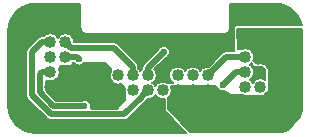
<source format=gbr>
G04 #@! TF.GenerationSoftware,KiCad,Pcbnew,(5.1.4)-1*
G04 #@! TF.CreationDate,2020-06-09T22:24:04-07:00*
G04 #@! TF.ProjectId,SkateLightConnBoard,536b6174-654c-4696-9768-74436f6e6e42,rev?*
G04 #@! TF.SameCoordinates,Original*
G04 #@! TF.FileFunction,Copper,L1,Top*
G04 #@! TF.FilePolarity,Positive*
%FSLAX46Y46*%
G04 Gerber Fmt 4.6, Leading zero omitted, Abs format (unit mm)*
G04 Created by KiCad (PCBNEW (5.1.4)-1) date 2020-06-09 22:24:04*
%MOMM*%
%LPD*%
G04 APERTURE LIST*
%ADD10C,1.016000*%
%ADD11C,0.600000*%
%ADD12C,0.500000*%
%ADD13C,0.152400*%
%ADD14C,0.254000*%
G04 APERTURE END LIST*
D10*
X-7620000Y-1905000D03*
X-8890000Y-1905000D03*
X-7620000Y-635000D03*
X-8890000Y-635000D03*
X-7620000Y635000D03*
X-8890000Y635000D03*
X-7620000Y1905000D03*
X-8890000Y1905000D03*
X4445000Y-2171700D03*
X4445000Y-901700D03*
X3175000Y-2171700D03*
X3175000Y-901700D03*
X1905000Y-2171700D03*
X1905000Y-901700D03*
X635000Y-2171700D03*
X635000Y-901700D03*
X-635000Y-2171700D03*
X-635000Y-901700D03*
X-1905000Y-2171700D03*
X-1905000Y-901700D03*
X-3175000Y-2171700D03*
X-3175000Y-901700D03*
X-4445000Y-2171700D03*
X-4445000Y-901700D03*
X7620000Y1905000D03*
X8890000Y1905000D03*
X7620000Y635000D03*
X8890000Y635000D03*
X7620000Y-635000D03*
X8890000Y-635000D03*
X7620000Y-1905000D03*
X8890000Y-1905000D03*
D11*
X-6013021Y-3513021D03*
X700000Y1060000D03*
X-11430000Y3683000D03*
X-1780000Y-5190000D03*
X-9380000Y-4960000D03*
X-11490000Y-3430000D03*
X-11800000Y40000D03*
X-6970000Y4110000D03*
X7670000Y3900000D03*
X-1270000Y762000D03*
X6350000Y1524000D03*
X1270000Y-5334000D03*
X11176000Y3900000D03*
X5730000Y-1730000D03*
X-6500000Y500000D03*
D12*
X-9800401Y-2341993D02*
X-8629373Y-3513021D01*
X-9800401Y-826981D02*
X-9800401Y-2341993D01*
X-9608420Y-635000D02*
X-9800401Y-826981D01*
X-8890000Y-635000D02*
X-9608420Y-635000D01*
X-8629373Y-3513021D02*
X-6013021Y-3513021D01*
X-635000Y-275000D02*
X700000Y1060000D01*
X-635000Y-901700D02*
X-635000Y-275000D01*
X-9608420Y1905000D02*
X-8890000Y1905000D01*
X-10452811Y-2612230D02*
X-10452811Y1060609D01*
X-8849618Y-4215422D02*
X-10452811Y-2612230D01*
X-2613376Y-4215422D02*
X-8849618Y-4215422D01*
X-10452811Y1060609D02*
X-9608420Y1905000D01*
X-1142999Y-2745045D02*
X-2613376Y-4215422D01*
X-1142999Y-2679699D02*
X-1142999Y-2745045D01*
X-635000Y-2171700D02*
X-1142999Y-2679699D01*
X5981700Y635000D02*
X7620000Y635000D01*
X4445000Y-901700D02*
X5981700Y635000D01*
X-1905000Y-183280D02*
X-1905000Y-901700D01*
X-3485281Y1397001D02*
X-1905000Y-183280D01*
X-7112001Y1397001D02*
X-3485281Y1397001D01*
X-7620000Y1905000D02*
X-7112001Y1397001D01*
X6825000Y-635000D02*
X7620000Y-635000D01*
X5730000Y-1730000D02*
X6825000Y-635000D01*
X-7620000Y635000D02*
X-6635000Y635000D01*
X-6635000Y635000D02*
X-6500000Y500000D01*
X7620000Y1905000D02*
X8890000Y1905000D01*
X8890000Y1905000D02*
X8890000Y635000D01*
X4952999Y-2679699D02*
X4445000Y-2171700D01*
X5088701Y-2815401D02*
X4952999Y-2679699D01*
X9326993Y-2815401D02*
X5088701Y-2815401D01*
X9800401Y-2341993D02*
X9326993Y-2815401D01*
X9800401Y-198007D02*
X9800401Y-2341993D01*
X9326993Y275401D02*
X9800401Y-198007D01*
X9164599Y275401D02*
X9326993Y275401D01*
X8890000Y550000D02*
X9164599Y275401D01*
X8890000Y635000D02*
X8890000Y550000D01*
X4445000Y-2171700D02*
X3175000Y-2171700D01*
X3175000Y-2171700D02*
X1905000Y-2171700D01*
D13*
G36*
X-6401322Y5141489D02*
G01*
X-6389613Y5137954D01*
X-6378812Y5132211D01*
X-6369329Y5124477D01*
X-6361534Y5115055D01*
X-6355713Y5104289D01*
X-6352097Y5092608D01*
X-6349600Y5068853D01*
X-6349599Y3162541D01*
X-6348534Y3151732D01*
X-6348548Y3149799D01*
X-6348203Y3146275D01*
X-6341726Y3084650D01*
X-6337098Y3062106D01*
X-6332797Y3039559D01*
X-6331774Y3036169D01*
X-6313451Y2976975D01*
X-6304544Y2955785D01*
X-6295932Y2934470D01*
X-6294270Y2931344D01*
X-6264797Y2876836D01*
X-6251937Y2857771D01*
X-6239359Y2838550D01*
X-6237121Y2835806D01*
X-6197623Y2788061D01*
X-6181310Y2771861D01*
X-6165231Y2755442D01*
X-6162503Y2753184D01*
X-6114484Y2714022D01*
X-6095352Y2701310D01*
X-6076375Y2688317D01*
X-6073263Y2686634D01*
X-6073255Y2686630D01*
X-6018549Y2657542D01*
X-5997276Y2648774D01*
X-5976171Y2639728D01*
X-5972792Y2638682D01*
X-5972786Y2638680D01*
X-5913467Y2620771D01*
X-5890921Y2616307D01*
X-5868439Y2611528D01*
X-5864917Y2611157D01*
X-5803248Y2605110D01*
X-5803245Y2605110D01*
X-5790959Y2603900D01*
X5790959Y2603900D01*
X5801778Y2604965D01*
X5803701Y2604952D01*
X5807225Y2605297D01*
X5868850Y2611774D01*
X5891394Y2616402D01*
X5913941Y2620703D01*
X5917331Y2621726D01*
X5976525Y2640049D01*
X5997715Y2648956D01*
X6019030Y2657568D01*
X6022156Y2659230D01*
X6076664Y2688703D01*
X6095729Y2701563D01*
X6114950Y2714141D01*
X6117694Y2716379D01*
X6117697Y2716381D01*
X6117700Y2716384D01*
X6165439Y2755877D01*
X6181639Y2772190D01*
X6198058Y2788269D01*
X6200316Y2790997D01*
X6239478Y2839016D01*
X6252190Y2858148D01*
X6265183Y2877125D01*
X6266867Y2880240D01*
X6295958Y2934951D01*
X6304726Y2956224D01*
X6313772Y2977329D01*
X6314819Y2980712D01*
X6332729Y3040033D01*
X6337193Y3062579D01*
X6341972Y3085061D01*
X6342343Y3088583D01*
X6348390Y3150252D01*
X6348390Y3150255D01*
X6349600Y3162541D01*
X6349600Y5067592D01*
X6352011Y5092178D01*
X6355546Y5103887D01*
X6361289Y5114688D01*
X6369023Y5124171D01*
X6378445Y5131966D01*
X6389211Y5137787D01*
X6400892Y5141403D01*
X6424652Y5143900D01*
X10147594Y5143900D01*
X10603864Y5099162D01*
X11030813Y4970259D01*
X11424599Y4760880D01*
X11770220Y4478999D01*
X12054501Y4135361D01*
X12266626Y3743045D01*
X12391556Y3339464D01*
X6880794Y3358599D01*
X6834241Y3353973D01*
X6791425Y3340743D01*
X6752014Y3319413D01*
X6717520Y3290805D01*
X6689271Y3256017D01*
X6668351Y3216386D01*
X6655564Y3173435D01*
X6651403Y3128816D01*
X6661403Y1198816D01*
X6666815Y1150540D01*
X6678903Y1113600D01*
X6005196Y1113600D01*
X5981700Y1115914D01*
X5958204Y1113600D01*
X5958196Y1113600D01*
X5887878Y1106674D01*
X5797662Y1079308D01*
X5761538Y1059999D01*
X5714518Y1034866D01*
X5659898Y990041D01*
X5659894Y990037D01*
X5641642Y975058D01*
X5626662Y956805D01*
X4504758Y-165100D01*
X4372451Y-165100D01*
X4230142Y-193407D01*
X4096089Y-248934D01*
X3975445Y-329545D01*
X3872845Y-432145D01*
X3810000Y-526200D01*
X3747155Y-432145D01*
X3644555Y-329545D01*
X3523911Y-248934D01*
X3389858Y-193407D01*
X3247549Y-165100D01*
X3102451Y-165100D01*
X2960142Y-193407D01*
X2826089Y-248934D01*
X2705445Y-329545D01*
X2602845Y-432145D01*
X2540000Y-526200D01*
X2477155Y-432145D01*
X2374555Y-329545D01*
X2253911Y-248934D01*
X2119858Y-193407D01*
X1977549Y-165100D01*
X1832451Y-165100D01*
X1690142Y-193407D01*
X1556089Y-248934D01*
X1435445Y-329545D01*
X1332845Y-432145D01*
X1252234Y-552789D01*
X1196707Y-686842D01*
X1168400Y-829151D01*
X1168400Y-974249D01*
X1196707Y-1116558D01*
X1252234Y-1250611D01*
X1332845Y-1371255D01*
X1435445Y-1473855D01*
X1529500Y-1536700D01*
X1521988Y-1541719D01*
X1029169Y-1549174D01*
X983911Y-1518934D01*
X849858Y-1463407D01*
X707549Y-1435100D01*
X562451Y-1435100D01*
X420142Y-1463407D01*
X286089Y-1518934D01*
X165445Y-1599545D01*
X62845Y-1702145D01*
X0Y-1796200D01*
X-62845Y-1702145D01*
X-165445Y-1599545D01*
X-259500Y-1536700D01*
X-165445Y-1473855D01*
X-62845Y-1371255D01*
X17766Y-1250611D01*
X73293Y-1116558D01*
X101600Y-974249D01*
X101600Y-829151D01*
X73293Y-686842D01*
X17766Y-552789D01*
X-62845Y-432145D01*
X-89074Y-405916D01*
X878716Y561873D01*
X950386Y591560D01*
X1036963Y649409D01*
X1110591Y723037D01*
X1168440Y809614D01*
X1208287Y905813D01*
X1228600Y1007937D01*
X1228600Y1112063D01*
X1208287Y1214187D01*
X1168440Y1310386D01*
X1110591Y1396963D01*
X1036963Y1470591D01*
X950386Y1528440D01*
X854187Y1568287D01*
X752063Y1588600D01*
X647937Y1588600D01*
X545813Y1568287D01*
X449614Y1528440D01*
X363037Y1470591D01*
X289409Y1396963D01*
X231560Y1310386D01*
X201873Y1238716D01*
X-956805Y80037D01*
X-975057Y65058D01*
X-990036Y46806D01*
X-990041Y46801D01*
X-1034866Y-7819D01*
X-1079307Y-90962D01*
X-1106674Y-181179D01*
X-1115914Y-275000D01*
X-1113599Y-298505D01*
X-1113599Y-338589D01*
X-1207155Y-432145D01*
X-1270000Y-526200D01*
X-1332845Y-432145D01*
X-1426400Y-338590D01*
X-1426400Y-206776D01*
X-1424086Y-183280D01*
X-1426400Y-159784D01*
X-1426400Y-159776D01*
X-1433326Y-89458D01*
X-1460692Y758D01*
X-1505134Y83902D01*
X-1519658Y101600D01*
X-1549959Y138522D01*
X-1549963Y138526D01*
X-1564942Y156778D01*
X-1583195Y171758D01*
X-3130241Y1718803D01*
X-3145223Y1737059D01*
X-3218099Y1796867D01*
X-3301243Y1841309D01*
X-3391459Y1868675D01*
X-3461777Y1875601D01*
X-3461785Y1875601D01*
X-3485281Y1877915D01*
X-3508777Y1875601D01*
X-6883400Y1875601D01*
X-6883400Y1977549D01*
X-6911707Y2119858D01*
X-6967234Y2253911D01*
X-7047845Y2374555D01*
X-7150445Y2477155D01*
X-7271089Y2557766D01*
X-7405142Y2613293D01*
X-7547451Y2641600D01*
X-7692549Y2641600D01*
X-7834858Y2613293D01*
X-7968911Y2557766D01*
X-8089555Y2477155D01*
X-8192155Y2374555D01*
X-8255000Y2280500D01*
X-8317845Y2374555D01*
X-8420445Y2477155D01*
X-8541089Y2557766D01*
X-8675142Y2613293D01*
X-8817451Y2641600D01*
X-8962549Y2641600D01*
X-9104858Y2613293D01*
X-9238911Y2557766D01*
X-9359555Y2477155D01*
X-9453110Y2383600D01*
X-9584925Y2383600D01*
X-9608421Y2385914D01*
X-9631917Y2383600D01*
X-9631924Y2383600D01*
X-9702242Y2376674D01*
X-9792458Y2349308D01*
X-9875602Y2304866D01*
X-9948478Y2245058D01*
X-9963462Y2226800D01*
X-10774616Y1415646D01*
X-10792868Y1400667D01*
X-10807847Y1382415D01*
X-10807852Y1382410D01*
X-10852677Y1327790D01*
X-10897118Y1244647D01*
X-10924485Y1154430D01*
X-10933725Y1060609D01*
X-10931410Y1037103D01*
X-10931411Y-2588734D01*
X-10933725Y-2612230D01*
X-10931411Y-2635726D01*
X-10931411Y-2635733D01*
X-10924485Y-2706051D01*
X-10897119Y-2796267D01*
X-10852677Y-2879412D01*
X-10792869Y-2952288D01*
X-10774611Y-2967272D01*
X-9204655Y-4537228D01*
X-9189676Y-4555480D01*
X-9171424Y-4570459D01*
X-9171420Y-4570463D01*
X-9116800Y-4615288D01*
X-9033657Y-4659730D01*
X-8988680Y-4673373D01*
X-8943440Y-4687096D01*
X-8873122Y-4694022D01*
X-8873114Y-4694022D01*
X-8849618Y-4696336D01*
X-8826122Y-4694022D01*
X-2636872Y-4694022D01*
X-2613376Y-4696336D01*
X-2589880Y-4694022D01*
X-2589872Y-4694022D01*
X-2519554Y-4687096D01*
X-2429338Y-4659730D01*
X-2346194Y-4615288D01*
X-2273318Y-4555480D01*
X-2258334Y-4537222D01*
X-821194Y-3100083D01*
X-802941Y-3085103D01*
X-787962Y-3066851D01*
X-787958Y-3066847D01*
X-761609Y-3034740D01*
X-743133Y-3012227D01*
X-698691Y-2929082D01*
X-692387Y-2908300D01*
X-562451Y-2908300D01*
X-420142Y-2879993D01*
X-286089Y-2824466D01*
X-165445Y-2743855D01*
X-62845Y-2641255D01*
X0Y-2547200D01*
X62845Y-2641255D01*
X165445Y-2743855D01*
X286089Y-2824466D01*
X420142Y-2879993D01*
X562451Y-2908300D01*
X707549Y-2908300D01*
X787400Y-2892417D01*
X787400Y-3810000D01*
X791389Y-3852518D01*
X803999Y-3895520D01*
X824757Y-3935236D01*
X852864Y-3970139D01*
X2628403Y-5778900D01*
X-10147594Y-5778900D01*
X-10603863Y-5734162D01*
X-11030813Y-5605259D01*
X-11424602Y-5395877D01*
X-11770222Y-5113997D01*
X-12054501Y-4770361D01*
X-12266626Y-4378046D01*
X-12398509Y-3951998D01*
X-12446385Y-3496493D01*
X-12446400Y-3492185D01*
X-12446400Y2845094D01*
X-12401662Y3301364D01*
X-12272759Y3728313D01*
X-12063380Y4122099D01*
X-11781499Y4467720D01*
X-11437861Y4752001D01*
X-11045545Y4964126D01*
X-10619503Y5096009D01*
X-10163992Y5143885D01*
X-10159685Y5143900D01*
X-6425908Y5143900D01*
X-6401322Y5141489D01*
X-6401322Y5141489D01*
G37*
X-6401322Y5141489D02*
X-6389613Y5137954D01*
X-6378812Y5132211D01*
X-6369329Y5124477D01*
X-6361534Y5115055D01*
X-6355713Y5104289D01*
X-6352097Y5092608D01*
X-6349600Y5068853D01*
X-6349599Y3162541D01*
X-6348534Y3151732D01*
X-6348548Y3149799D01*
X-6348203Y3146275D01*
X-6341726Y3084650D01*
X-6337098Y3062106D01*
X-6332797Y3039559D01*
X-6331774Y3036169D01*
X-6313451Y2976975D01*
X-6304544Y2955785D01*
X-6295932Y2934470D01*
X-6294270Y2931344D01*
X-6264797Y2876836D01*
X-6251937Y2857771D01*
X-6239359Y2838550D01*
X-6237121Y2835806D01*
X-6197623Y2788061D01*
X-6181310Y2771861D01*
X-6165231Y2755442D01*
X-6162503Y2753184D01*
X-6114484Y2714022D01*
X-6095352Y2701310D01*
X-6076375Y2688317D01*
X-6073263Y2686634D01*
X-6073255Y2686630D01*
X-6018549Y2657542D01*
X-5997276Y2648774D01*
X-5976171Y2639728D01*
X-5972792Y2638682D01*
X-5972786Y2638680D01*
X-5913467Y2620771D01*
X-5890921Y2616307D01*
X-5868439Y2611528D01*
X-5864917Y2611157D01*
X-5803248Y2605110D01*
X-5803245Y2605110D01*
X-5790959Y2603900D01*
X5790959Y2603900D01*
X5801778Y2604965D01*
X5803701Y2604952D01*
X5807225Y2605297D01*
X5868850Y2611774D01*
X5891394Y2616402D01*
X5913941Y2620703D01*
X5917331Y2621726D01*
X5976525Y2640049D01*
X5997715Y2648956D01*
X6019030Y2657568D01*
X6022156Y2659230D01*
X6076664Y2688703D01*
X6095729Y2701563D01*
X6114950Y2714141D01*
X6117694Y2716379D01*
X6117697Y2716381D01*
X6117700Y2716384D01*
X6165439Y2755877D01*
X6181639Y2772190D01*
X6198058Y2788269D01*
X6200316Y2790997D01*
X6239478Y2839016D01*
X6252190Y2858148D01*
X6265183Y2877125D01*
X6266867Y2880240D01*
X6295958Y2934951D01*
X6304726Y2956224D01*
X6313772Y2977329D01*
X6314819Y2980712D01*
X6332729Y3040033D01*
X6337193Y3062579D01*
X6341972Y3085061D01*
X6342343Y3088583D01*
X6348390Y3150252D01*
X6348390Y3150255D01*
X6349600Y3162541D01*
X6349600Y5067592D01*
X6352011Y5092178D01*
X6355546Y5103887D01*
X6361289Y5114688D01*
X6369023Y5124171D01*
X6378445Y5131966D01*
X6389211Y5137787D01*
X6400892Y5141403D01*
X6424652Y5143900D01*
X10147594Y5143900D01*
X10603864Y5099162D01*
X11030813Y4970259D01*
X11424599Y4760880D01*
X11770220Y4478999D01*
X12054501Y4135361D01*
X12266626Y3743045D01*
X12391556Y3339464D01*
X6880794Y3358599D01*
X6834241Y3353973D01*
X6791425Y3340743D01*
X6752014Y3319413D01*
X6717520Y3290805D01*
X6689271Y3256017D01*
X6668351Y3216386D01*
X6655564Y3173435D01*
X6651403Y3128816D01*
X6661403Y1198816D01*
X6666815Y1150540D01*
X6678903Y1113600D01*
X6005196Y1113600D01*
X5981700Y1115914D01*
X5958204Y1113600D01*
X5958196Y1113600D01*
X5887878Y1106674D01*
X5797662Y1079308D01*
X5761538Y1059999D01*
X5714518Y1034866D01*
X5659898Y990041D01*
X5659894Y990037D01*
X5641642Y975058D01*
X5626662Y956805D01*
X4504758Y-165100D01*
X4372451Y-165100D01*
X4230142Y-193407D01*
X4096089Y-248934D01*
X3975445Y-329545D01*
X3872845Y-432145D01*
X3810000Y-526200D01*
X3747155Y-432145D01*
X3644555Y-329545D01*
X3523911Y-248934D01*
X3389858Y-193407D01*
X3247549Y-165100D01*
X3102451Y-165100D01*
X2960142Y-193407D01*
X2826089Y-248934D01*
X2705445Y-329545D01*
X2602845Y-432145D01*
X2540000Y-526200D01*
X2477155Y-432145D01*
X2374555Y-329545D01*
X2253911Y-248934D01*
X2119858Y-193407D01*
X1977549Y-165100D01*
X1832451Y-165100D01*
X1690142Y-193407D01*
X1556089Y-248934D01*
X1435445Y-329545D01*
X1332845Y-432145D01*
X1252234Y-552789D01*
X1196707Y-686842D01*
X1168400Y-829151D01*
X1168400Y-974249D01*
X1196707Y-1116558D01*
X1252234Y-1250611D01*
X1332845Y-1371255D01*
X1435445Y-1473855D01*
X1529500Y-1536700D01*
X1521988Y-1541719D01*
X1029169Y-1549174D01*
X983911Y-1518934D01*
X849858Y-1463407D01*
X707549Y-1435100D01*
X562451Y-1435100D01*
X420142Y-1463407D01*
X286089Y-1518934D01*
X165445Y-1599545D01*
X62845Y-1702145D01*
X0Y-1796200D01*
X-62845Y-1702145D01*
X-165445Y-1599545D01*
X-259500Y-1536700D01*
X-165445Y-1473855D01*
X-62845Y-1371255D01*
X17766Y-1250611D01*
X73293Y-1116558D01*
X101600Y-974249D01*
X101600Y-829151D01*
X73293Y-686842D01*
X17766Y-552789D01*
X-62845Y-432145D01*
X-89074Y-405916D01*
X878716Y561873D01*
X950386Y591560D01*
X1036963Y649409D01*
X1110591Y723037D01*
X1168440Y809614D01*
X1208287Y905813D01*
X1228600Y1007937D01*
X1228600Y1112063D01*
X1208287Y1214187D01*
X1168440Y1310386D01*
X1110591Y1396963D01*
X1036963Y1470591D01*
X950386Y1528440D01*
X854187Y1568287D01*
X752063Y1588600D01*
X647937Y1588600D01*
X545813Y1568287D01*
X449614Y1528440D01*
X363037Y1470591D01*
X289409Y1396963D01*
X231560Y1310386D01*
X201873Y1238716D01*
X-956805Y80037D01*
X-975057Y65058D01*
X-990036Y46806D01*
X-990041Y46801D01*
X-1034866Y-7819D01*
X-1079307Y-90962D01*
X-1106674Y-181179D01*
X-1115914Y-275000D01*
X-1113599Y-298505D01*
X-1113599Y-338589D01*
X-1207155Y-432145D01*
X-1270000Y-526200D01*
X-1332845Y-432145D01*
X-1426400Y-338590D01*
X-1426400Y-206776D01*
X-1424086Y-183280D01*
X-1426400Y-159784D01*
X-1426400Y-159776D01*
X-1433326Y-89458D01*
X-1460692Y758D01*
X-1505134Y83902D01*
X-1519658Y101600D01*
X-1549959Y138522D01*
X-1549963Y138526D01*
X-1564942Y156778D01*
X-1583195Y171758D01*
X-3130241Y1718803D01*
X-3145223Y1737059D01*
X-3218099Y1796867D01*
X-3301243Y1841309D01*
X-3391459Y1868675D01*
X-3461777Y1875601D01*
X-3461785Y1875601D01*
X-3485281Y1877915D01*
X-3508777Y1875601D01*
X-6883400Y1875601D01*
X-6883400Y1977549D01*
X-6911707Y2119858D01*
X-6967234Y2253911D01*
X-7047845Y2374555D01*
X-7150445Y2477155D01*
X-7271089Y2557766D01*
X-7405142Y2613293D01*
X-7547451Y2641600D01*
X-7692549Y2641600D01*
X-7834858Y2613293D01*
X-7968911Y2557766D01*
X-8089555Y2477155D01*
X-8192155Y2374555D01*
X-8255000Y2280500D01*
X-8317845Y2374555D01*
X-8420445Y2477155D01*
X-8541089Y2557766D01*
X-8675142Y2613293D01*
X-8817451Y2641600D01*
X-8962549Y2641600D01*
X-9104858Y2613293D01*
X-9238911Y2557766D01*
X-9359555Y2477155D01*
X-9453110Y2383600D01*
X-9584925Y2383600D01*
X-9608421Y2385914D01*
X-9631917Y2383600D01*
X-9631924Y2383600D01*
X-9702242Y2376674D01*
X-9792458Y2349308D01*
X-9875602Y2304866D01*
X-9948478Y2245058D01*
X-9963462Y2226800D01*
X-10774616Y1415646D01*
X-10792868Y1400667D01*
X-10807847Y1382415D01*
X-10807852Y1382410D01*
X-10852677Y1327790D01*
X-10897118Y1244647D01*
X-10924485Y1154430D01*
X-10933725Y1060609D01*
X-10931410Y1037103D01*
X-10931411Y-2588734D01*
X-10933725Y-2612230D01*
X-10931411Y-2635726D01*
X-10931411Y-2635733D01*
X-10924485Y-2706051D01*
X-10897119Y-2796267D01*
X-10852677Y-2879412D01*
X-10792869Y-2952288D01*
X-10774611Y-2967272D01*
X-9204655Y-4537228D01*
X-9189676Y-4555480D01*
X-9171424Y-4570459D01*
X-9171420Y-4570463D01*
X-9116800Y-4615288D01*
X-9033657Y-4659730D01*
X-8988680Y-4673373D01*
X-8943440Y-4687096D01*
X-8873122Y-4694022D01*
X-8873114Y-4694022D01*
X-8849618Y-4696336D01*
X-8826122Y-4694022D01*
X-2636872Y-4694022D01*
X-2613376Y-4696336D01*
X-2589880Y-4694022D01*
X-2589872Y-4694022D01*
X-2519554Y-4687096D01*
X-2429338Y-4659730D01*
X-2346194Y-4615288D01*
X-2273318Y-4555480D01*
X-2258334Y-4537222D01*
X-821194Y-3100083D01*
X-802941Y-3085103D01*
X-787962Y-3066851D01*
X-787958Y-3066847D01*
X-761609Y-3034740D01*
X-743133Y-3012227D01*
X-698691Y-2929082D01*
X-692387Y-2908300D01*
X-562451Y-2908300D01*
X-420142Y-2879993D01*
X-286089Y-2824466D01*
X-165445Y-2743855D01*
X-62845Y-2641255D01*
X0Y-2547200D01*
X62845Y-2641255D01*
X165445Y-2743855D01*
X286089Y-2824466D01*
X420142Y-2879993D01*
X562451Y-2908300D01*
X707549Y-2908300D01*
X787400Y-2892417D01*
X787400Y-3810000D01*
X791389Y-3852518D01*
X803999Y-3895520D01*
X824757Y-3935236D01*
X852864Y-3970139D01*
X2628403Y-5778900D01*
X-10147594Y-5778900D01*
X-10603863Y-5734162D01*
X-11030813Y-5605259D01*
X-11424602Y-5395877D01*
X-11770222Y-5113997D01*
X-12054501Y-4770361D01*
X-12266626Y-4378046D01*
X-12398509Y-3951998D01*
X-12446385Y-3496493D01*
X-12446400Y-3492185D01*
X-12446400Y2845094D01*
X-12401662Y3301364D01*
X-12272759Y3728313D01*
X-12063380Y4122099D01*
X-11781499Y4467720D01*
X-11437861Y4752001D01*
X-11045545Y4964126D01*
X-10619503Y5096009D01*
X-10163992Y5143885D01*
X-10159685Y5143900D01*
X-6425908Y5143900D01*
X-6401322Y5141489D01*
G36*
X8272961Y-111433D02*
G01*
X8291287Y-134252D01*
X8324622Y-164203D01*
X8363159Y-187074D01*
X8405418Y-201988D01*
X8449774Y-208371D01*
X9038074Y-234713D01*
X9321801Y-489587D01*
X9321802Y-1307619D01*
X9238911Y-1252234D01*
X9104858Y-1196707D01*
X8962549Y-1168400D01*
X8817451Y-1168400D01*
X8675142Y-1196707D01*
X8541089Y-1252234D01*
X8420445Y-1332845D01*
X8317845Y-1435445D01*
X8255000Y-1529500D01*
X8192155Y-1435445D01*
X8089555Y-1332845D01*
X7995500Y-1270000D01*
X8089555Y-1207155D01*
X8192155Y-1104555D01*
X8272766Y-983911D01*
X8328293Y-849858D01*
X8356600Y-707549D01*
X8356600Y-562451D01*
X8328293Y-420142D01*
X8272766Y-286089D01*
X8192155Y-165445D01*
X8089555Y-62845D01*
X7995500Y0D01*
X8089555Y62845D01*
X8125345Y98635D01*
X8272961Y-111433D01*
X8272961Y-111433D01*
G37*
X8272961Y-111433D02*
X8291287Y-134252D01*
X8324622Y-164203D01*
X8363159Y-187074D01*
X8405418Y-201988D01*
X8449774Y-208371D01*
X9038074Y-234713D01*
X9321801Y-489587D01*
X9321802Y-1307619D01*
X9238911Y-1252234D01*
X9104858Y-1196707D01*
X8962549Y-1168400D01*
X8817451Y-1168400D01*
X8675142Y-1196707D01*
X8541089Y-1252234D01*
X8420445Y-1332845D01*
X8317845Y-1435445D01*
X8255000Y-1529500D01*
X8192155Y-1435445D01*
X8089555Y-1332845D01*
X7995500Y-1270000D01*
X8089555Y-1207155D01*
X8192155Y-1104555D01*
X8272766Y-983911D01*
X8328293Y-849858D01*
X8356600Y-707549D01*
X8356600Y-562451D01*
X8328293Y-420142D01*
X8272766Y-286089D01*
X8192155Y-165445D01*
X8089555Y-62845D01*
X7995500Y0D01*
X8089555Y62845D01*
X8125345Y98635D01*
X8272961Y-111433D01*
D14*
G36*
X-3877000Y-302606D02*
G01*
X-3877000Y-538902D01*
X-3932141Y-672024D01*
X-3962400Y-824148D01*
X-3962400Y-979252D01*
X-3932141Y-1131376D01*
X-3875127Y-1269020D01*
X-3874560Y-1274776D01*
X-3867333Y-1298601D01*
X-3855597Y-1320557D01*
X-3839803Y-1339803D01*
X-3808052Y-1371554D01*
X-3786614Y-1403638D01*
X-3676938Y-1513314D01*
X-3644854Y-1534752D01*
X-3589803Y-1589803D01*
X-3570557Y-1605597D01*
X-3548601Y-1617333D01*
X-3524776Y-1624560D01*
X-3500000Y-1627000D01*
X-3481547Y-1627000D01*
X-3404676Y-1658841D01*
X-3252552Y-1689100D01*
X-3097448Y-1689100D01*
X-3008249Y-1671357D01*
X-2674657Y-2004949D01*
X-2692400Y-2094148D01*
X-2692400Y-2249252D01*
X-2662141Y-2401376D01*
X-2627000Y-2486214D01*
X-2627000Y-2947394D01*
X-3365628Y-3686022D01*
X-5457542Y-3686022D01*
X-5455887Y-3682026D01*
X-5433621Y-3570087D01*
X-5433621Y-3455955D01*
X-5455887Y-3344016D01*
X-5499564Y-3238572D01*
X-5562972Y-3143675D01*
X-5643675Y-3062972D01*
X-5738572Y-2999564D01*
X-5844016Y-2955887D01*
X-5955955Y-2933621D01*
X-6070087Y-2933621D01*
X-6182026Y-2955887D01*
X-6248981Y-2983621D01*
X-8410088Y-2983621D01*
X-9271001Y-2122709D01*
X-9271001Y-1377000D01*
X-9156230Y-1377000D01*
X-9119676Y-1392141D01*
X-8967552Y-1422400D01*
X-8812448Y-1422400D01*
X-8660324Y-1392141D01*
X-8517026Y-1332785D01*
X-8388062Y-1246614D01*
X-8278386Y-1136938D01*
X-8192215Y-1007974D01*
X-8132859Y-864676D01*
X-8102600Y-712552D01*
X-8102600Y-557448D01*
X-8123000Y-454889D01*
X-8123000Y-302606D01*
X-7947394Y-127000D01*
X-7825248Y-127000D01*
X-7697552Y-152400D01*
X-7542448Y-152400D01*
X-7414752Y-127000D01*
X-7250000Y-127000D01*
X-7225224Y-124560D01*
X-7201399Y-117333D01*
X-7179443Y-105597D01*
X-7160197Y-89803D01*
X-6964794Y105600D01*
X-6924995Y105600D01*
X-6869346Y49951D01*
X-6774449Y-13457D01*
X-6669005Y-57134D01*
X-6557066Y-79400D01*
X-6442934Y-79400D01*
X-6330995Y-57134D01*
X-6225551Y-13457D01*
X-6130654Y49951D01*
X-6057605Y123000D01*
X-4302606Y123000D01*
X-3877000Y-302606D01*
X-3877000Y-302606D01*
G37*
X-3877000Y-302606D02*
X-3877000Y-538902D01*
X-3932141Y-672024D01*
X-3962400Y-824148D01*
X-3962400Y-979252D01*
X-3932141Y-1131376D01*
X-3875127Y-1269020D01*
X-3874560Y-1274776D01*
X-3867333Y-1298601D01*
X-3855597Y-1320557D01*
X-3839803Y-1339803D01*
X-3808052Y-1371554D01*
X-3786614Y-1403638D01*
X-3676938Y-1513314D01*
X-3644854Y-1534752D01*
X-3589803Y-1589803D01*
X-3570557Y-1605597D01*
X-3548601Y-1617333D01*
X-3524776Y-1624560D01*
X-3500000Y-1627000D01*
X-3481547Y-1627000D01*
X-3404676Y-1658841D01*
X-3252552Y-1689100D01*
X-3097448Y-1689100D01*
X-3008249Y-1671357D01*
X-2674657Y-2004949D01*
X-2692400Y-2094148D01*
X-2692400Y-2249252D01*
X-2662141Y-2401376D01*
X-2627000Y-2486214D01*
X-2627000Y-2947394D01*
X-3365628Y-3686022D01*
X-5457542Y-3686022D01*
X-5455887Y-3682026D01*
X-5433621Y-3570087D01*
X-5433621Y-3455955D01*
X-5455887Y-3344016D01*
X-5499564Y-3238572D01*
X-5562972Y-3143675D01*
X-5643675Y-3062972D01*
X-5738572Y-2999564D01*
X-5844016Y-2955887D01*
X-5955955Y-2933621D01*
X-6070087Y-2933621D01*
X-6182026Y-2955887D01*
X-6248981Y-2983621D01*
X-8410088Y-2983621D01*
X-9271001Y-2122709D01*
X-9271001Y-1377000D01*
X-9156230Y-1377000D01*
X-9119676Y-1392141D01*
X-8967552Y-1422400D01*
X-8812448Y-1422400D01*
X-8660324Y-1392141D01*
X-8517026Y-1332785D01*
X-8388062Y-1246614D01*
X-8278386Y-1136938D01*
X-8192215Y-1007974D01*
X-8132859Y-864676D01*
X-8102600Y-712552D01*
X-8102600Y-557448D01*
X-8123000Y-454889D01*
X-8123000Y-302606D01*
X-7947394Y-127000D01*
X-7825248Y-127000D01*
X-7697552Y-152400D01*
X-7542448Y-152400D01*
X-7414752Y-127000D01*
X-7250000Y-127000D01*
X-7225224Y-124560D01*
X-7201399Y-117333D01*
X-7179443Y-105597D01*
X-7160197Y-89803D01*
X-6964794Y105600D01*
X-6924995Y105600D01*
X-6869346Y49951D01*
X-6774449Y-13457D01*
X-6669005Y-57134D01*
X-6557066Y-79400D01*
X-6442934Y-79400D01*
X-6330995Y-57134D01*
X-6225551Y-13457D01*
X-6130654Y49951D01*
X-6057605Y123000D01*
X-4302606Y123000D01*
X-3877000Y-302606D01*
D13*
G36*
X12428198Y3034535D02*
G01*
X12446385Y2861492D01*
X12446401Y2856900D01*
X12446400Y-3480093D01*
X12401662Y-3936363D01*
X12272759Y-4363313D01*
X12245765Y-4414081D01*
X11290534Y-5466661D01*
X11045546Y-5599126D01*
X10678431Y-5712766D01*
X2972055Y-5693878D01*
X1092200Y-3778849D01*
X1092200Y-2752110D01*
X1104555Y-2743855D01*
X1207155Y-2641255D01*
X1287766Y-2520611D01*
X1343293Y-2386558D01*
X1371600Y-2244249D01*
X1371600Y-2099151D01*
X1343293Y-1956842D01*
X1299007Y-1849927D01*
X5087727Y-1792613D01*
X5219648Y-1873804D01*
X5221713Y-1884187D01*
X5261560Y-1980386D01*
X5319409Y-2066963D01*
X5393037Y-2140591D01*
X5479614Y-2198440D01*
X5575813Y-2238287D01*
X5677937Y-2258600D01*
X5782063Y-2258600D01*
X5829534Y-2249158D01*
X6391296Y-2594894D01*
X6404723Y-2601439D01*
X6419170Y-2605239D01*
X6430403Y-2606195D01*
X7423974Y-2617039D01*
X7547451Y-2641600D01*
X7692549Y-2641600D01*
X7795634Y-2621095D01*
X8767702Y-2631704D01*
X8817451Y-2641600D01*
X8962549Y-2641600D01*
X8999576Y-2634235D01*
X9179168Y-2636195D01*
X9194049Y-2634894D01*
X9208390Y-2630714D01*
X9221640Y-2623816D01*
X9232815Y-2614927D01*
X9752815Y-2114927D01*
X9762516Y-2103568D01*
X9769814Y-2090535D01*
X9774430Y-2076328D01*
X9776193Y-2061003D01*
X9796193Y-541003D01*
X9794925Y-526119D01*
X9790777Y-511768D01*
X9783909Y-498503D01*
X9770922Y-483313D01*
X9529847Y-266754D01*
X9462155Y-165445D01*
X9359555Y-62845D01*
X9238911Y17766D01*
X9191046Y37592D01*
X9180922Y46687D01*
X9168885Y55532D01*
X9155353Y61859D01*
X9133409Y66124D01*
X9120803Y66688D01*
X9104858Y73293D01*
X8962549Y101600D01*
X8817451Y101600D01*
X8729927Y84190D01*
X8500817Y94449D01*
X8307398Y369698D01*
X8328293Y420142D01*
X8356600Y562451D01*
X8356600Y707549D01*
X8328293Y849858D01*
X8272766Y983911D01*
X8192155Y1104555D01*
X8089555Y1207155D01*
X7968911Y1287766D01*
X7834858Y1343293D01*
X7692549Y1371600D01*
X7547451Y1371600D01*
X7405142Y1343293D01*
X7271089Y1287766D01*
X7266041Y1284393D01*
X6965798Y1277866D01*
X6956597Y3053533D01*
X12428198Y3034535D01*
X12428198Y3034535D01*
G37*
X12428198Y3034535D02*
X12446385Y2861492D01*
X12446401Y2856900D01*
X12446400Y-3480093D01*
X12401662Y-3936363D01*
X12272759Y-4363313D01*
X12245765Y-4414081D01*
X11290534Y-5466661D01*
X11045546Y-5599126D01*
X10678431Y-5712766D01*
X2972055Y-5693878D01*
X1092200Y-3778849D01*
X1092200Y-2752110D01*
X1104555Y-2743855D01*
X1207155Y-2641255D01*
X1287766Y-2520611D01*
X1343293Y-2386558D01*
X1371600Y-2244249D01*
X1371600Y-2099151D01*
X1343293Y-1956842D01*
X1299007Y-1849927D01*
X5087727Y-1792613D01*
X5219648Y-1873804D01*
X5221713Y-1884187D01*
X5261560Y-1980386D01*
X5319409Y-2066963D01*
X5393037Y-2140591D01*
X5479614Y-2198440D01*
X5575813Y-2238287D01*
X5677937Y-2258600D01*
X5782063Y-2258600D01*
X5829534Y-2249158D01*
X6391296Y-2594894D01*
X6404723Y-2601439D01*
X6419170Y-2605239D01*
X6430403Y-2606195D01*
X7423974Y-2617039D01*
X7547451Y-2641600D01*
X7692549Y-2641600D01*
X7795634Y-2621095D01*
X8767702Y-2631704D01*
X8817451Y-2641600D01*
X8962549Y-2641600D01*
X8999576Y-2634235D01*
X9179168Y-2636195D01*
X9194049Y-2634894D01*
X9208390Y-2630714D01*
X9221640Y-2623816D01*
X9232815Y-2614927D01*
X9752815Y-2114927D01*
X9762516Y-2103568D01*
X9769814Y-2090535D01*
X9774430Y-2076328D01*
X9776193Y-2061003D01*
X9796193Y-541003D01*
X9794925Y-526119D01*
X9790777Y-511768D01*
X9783909Y-498503D01*
X9770922Y-483313D01*
X9529847Y-266754D01*
X9462155Y-165445D01*
X9359555Y-62845D01*
X9238911Y17766D01*
X9191046Y37592D01*
X9180922Y46687D01*
X9168885Y55532D01*
X9155353Y61859D01*
X9133409Y66124D01*
X9120803Y66688D01*
X9104858Y73293D01*
X8962549Y101600D01*
X8817451Y101600D01*
X8729927Y84190D01*
X8500817Y94449D01*
X8307398Y369698D01*
X8328293Y420142D01*
X8356600Y562451D01*
X8356600Y707549D01*
X8328293Y849858D01*
X8272766Y983911D01*
X8192155Y1104555D01*
X8089555Y1207155D01*
X7968911Y1287766D01*
X7834858Y1343293D01*
X7692549Y1371600D01*
X7547451Y1371600D01*
X7405142Y1343293D01*
X7271089Y1287766D01*
X7266041Y1284393D01*
X6965798Y1277866D01*
X6956597Y3053533D01*
X12428198Y3034535D01*
M02*

</source>
